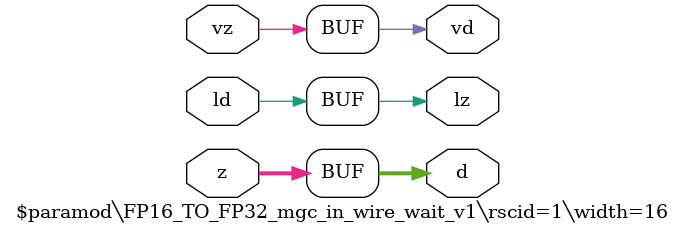
<source format=v>
module \$paramod\FP16_TO_FP32_mgc_in_wire_wait_v1\rscid=1\width=16 (ld, vd, d, lz, vz, z);
  (* src = "./vmod/vlibs/HLS_fp16_to_fp32.v:14" *)
  output [15:0] d;
  (* src = "./vmod/vlibs/HLS_fp16_to_fp32.v:12" *)
  input ld;
  (* src = "./vmod/vlibs/HLS_fp16_to_fp32.v:15" *)
  output lz;
  (* src = "./vmod/vlibs/HLS_fp16_to_fp32.v:13" *)
  output vd;
  (* src = "./vmod/vlibs/HLS_fp16_to_fp32.v:16" *)
  input vz;
  (* src = "./vmod/vlibs/HLS_fp16_to_fp32.v:17" *)
  input [15:0] z;
  assign d = z;
  assign lz = ld;
  assign vd = vz;
endmodule

</source>
